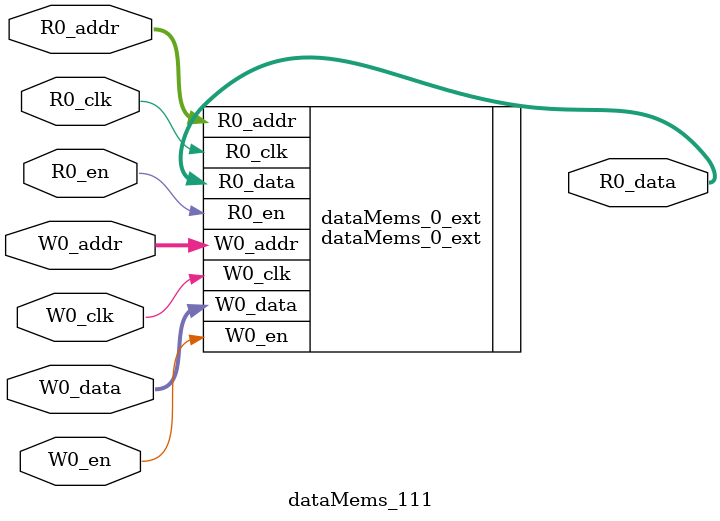
<source format=sv>
`ifndef RANDOMIZE
  `ifdef RANDOMIZE_REG_INIT
    `define RANDOMIZE
  `endif // RANDOMIZE_REG_INIT
`endif // not def RANDOMIZE
`ifndef RANDOMIZE
  `ifdef RANDOMIZE_MEM_INIT
    `define RANDOMIZE
  `endif // RANDOMIZE_MEM_INIT
`endif // not def RANDOMIZE

`ifndef RANDOM
  `define RANDOM $random
`endif // not def RANDOM

// Users can define 'PRINTF_COND' to add an extra gate to prints.
`ifndef PRINTF_COND_
  `ifdef PRINTF_COND
    `define PRINTF_COND_ (`PRINTF_COND)
  `else  // PRINTF_COND
    `define PRINTF_COND_ 1
  `endif // PRINTF_COND
`endif // not def PRINTF_COND_

// Users can define 'ASSERT_VERBOSE_COND' to add an extra gate to assert error printing.
`ifndef ASSERT_VERBOSE_COND_
  `ifdef ASSERT_VERBOSE_COND
    `define ASSERT_VERBOSE_COND_ (`ASSERT_VERBOSE_COND)
  `else  // ASSERT_VERBOSE_COND
    `define ASSERT_VERBOSE_COND_ 1
  `endif // ASSERT_VERBOSE_COND
`endif // not def ASSERT_VERBOSE_COND_

// Users can define 'STOP_COND' to add an extra gate to stop conditions.
`ifndef STOP_COND_
  `ifdef STOP_COND
    `define STOP_COND_ (`STOP_COND)
  `else  // STOP_COND
    `define STOP_COND_ 1
  `endif // STOP_COND
`endif // not def STOP_COND_

// Users can define INIT_RANDOM as general code that gets injected into the
// initializer block for modules with registers.
`ifndef INIT_RANDOM
  `define INIT_RANDOM
`endif // not def INIT_RANDOM

// If using random initialization, you can also define RANDOMIZE_DELAY to
// customize the delay used, otherwise 0.002 is used.
`ifndef RANDOMIZE_DELAY
  `define RANDOMIZE_DELAY 0.002
`endif // not def RANDOMIZE_DELAY

// Define INIT_RANDOM_PROLOG_ for use in our modules below.
`ifndef INIT_RANDOM_PROLOG_
  `ifdef RANDOMIZE
    `ifdef VERILATOR
      `define INIT_RANDOM_PROLOG_ `INIT_RANDOM
    `else  // VERILATOR
      `define INIT_RANDOM_PROLOG_ `INIT_RANDOM #`RANDOMIZE_DELAY begin end
    `endif // VERILATOR
  `else  // RANDOMIZE
    `define INIT_RANDOM_PROLOG_
  `endif // RANDOMIZE
`endif // not def INIT_RANDOM_PROLOG_

// Include register initializers in init blocks unless synthesis is set
`ifndef SYNTHESIS
  `ifndef ENABLE_INITIAL_REG_
    `define ENABLE_INITIAL_REG_
  `endif // not def ENABLE_INITIAL_REG_
`endif // not def SYNTHESIS

// Include rmemory initializers in init blocks unless synthesis is set
`ifndef SYNTHESIS
  `ifndef ENABLE_INITIAL_MEM_
    `define ENABLE_INITIAL_MEM_
  `endif // not def ENABLE_INITIAL_MEM_
`endif // not def SYNTHESIS

module dataMems_111(	// @[generators/ara/src/main/scala/UnsafeAXI4ToTL.scala:365:62]
  input  [4:0]   R0_addr,
  input          R0_en,
  input          R0_clk,
  output [130:0] R0_data,
  input  [4:0]   W0_addr,
  input          W0_en,
  input          W0_clk,
  input  [130:0] W0_data
);

  dataMems_0_ext dataMems_0_ext (	// @[generators/ara/src/main/scala/UnsafeAXI4ToTL.scala:365:62]
    .R0_addr (R0_addr),
    .R0_en   (R0_en),
    .R0_clk  (R0_clk),
    .R0_data (R0_data),
    .W0_addr (W0_addr),
    .W0_en   (W0_en),
    .W0_clk  (W0_clk),
    .W0_data (W0_data)
  );
endmodule


</source>
